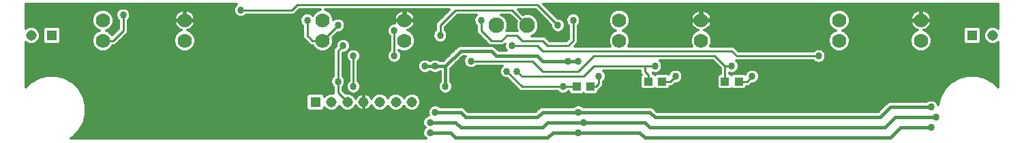
<source format=gbl>
G75*
G70*
%OFA0B0*%
%FSLAX24Y24*%
%IPPOS*%
%LPD*%
%AMOC8*
5,1,8,0,0,1.08239X$1,22.5*
%
%ADD10C,0.0700*%
%ADD11R,0.0515X0.0515*%
%ADD12C,0.0515*%
%ADD13C,0.0760*%
%ADD14R,0.0433X0.0394*%
%ADD15C,0.0120*%
%ADD16C,0.0340*%
%ADD17C,0.0160*%
%ADD18C,0.0100*%
D10*
X004160Y005160D03*
X008160Y005160D03*
X008160Y006160D03*
X004160Y006160D03*
X014910Y006160D03*
X018910Y006160D03*
X018910Y005160D03*
X014910Y005160D03*
X029410Y005160D03*
X033410Y005160D03*
X033410Y006160D03*
X029410Y006160D03*
X040160Y006160D03*
X044160Y006160D03*
X044160Y005160D03*
X040160Y005160D03*
D11*
X046660Y005410D03*
X014548Y002160D03*
X001660Y005410D03*
D12*
X000660Y005410D03*
X015335Y002160D03*
X016123Y002160D03*
X016910Y002160D03*
X017697Y002160D03*
X018485Y002160D03*
X019272Y002160D03*
X047660Y005410D03*
D13*
X024910Y005910D03*
X023410Y005910D03*
D14*
X030825Y003160D03*
X031495Y003160D03*
X034575Y003160D03*
X035245Y003160D03*
X027995Y002910D03*
X027325Y002910D03*
D15*
X002692Y000436D02*
X002595Y000380D01*
X019945Y000380D01*
X019863Y000462D01*
X019810Y000590D01*
X019810Y000730D01*
X019863Y000858D01*
X019915Y000910D01*
X019863Y000962D01*
X019810Y001090D01*
X019810Y001230D01*
X019863Y001358D01*
X019962Y001457D01*
X020090Y001510D01*
X020093Y001510D01*
X020060Y001590D01*
X020060Y001730D01*
X020113Y001858D01*
X020212Y001957D01*
X020340Y002010D01*
X020480Y002010D01*
X020608Y001957D01*
X020645Y001920D01*
X021712Y001920D01*
X021807Y001880D01*
X022018Y001670D01*
X025302Y001670D01*
X025440Y001807D01*
X025513Y001880D01*
X025608Y001920D01*
X027175Y001920D01*
X027212Y001957D01*
X027340Y002010D01*
X027480Y002010D01*
X027608Y001957D01*
X027645Y001920D01*
X030962Y001920D01*
X031057Y001880D01*
X031130Y001807D01*
X031130Y001807D01*
X031268Y001670D01*
X042052Y001670D01*
X042440Y002057D01*
X042440Y002057D01*
X042513Y002130D01*
X042608Y002170D01*
X044425Y002170D01*
X044462Y002207D01*
X044590Y002260D01*
X044730Y002260D01*
X044858Y002207D01*
X044957Y002108D01*
X044988Y002032D01*
X045094Y002428D01*
X045316Y002812D01*
X045628Y003124D01*
X046012Y003346D01*
X046439Y003460D01*
X046881Y003460D01*
X047308Y003346D01*
X047692Y003124D01*
X047940Y002876D01*
X047940Y005071D01*
X047908Y005039D01*
X047747Y004973D01*
X047573Y004973D01*
X047412Y005039D01*
X047289Y005162D01*
X047223Y005323D01*
X047223Y005497D01*
X047289Y005658D01*
X047412Y005781D01*
X047573Y005847D01*
X047747Y005847D01*
X047908Y005781D01*
X047940Y005749D01*
X047940Y006940D01*
X025705Y006940D01*
X026385Y006260D01*
X026480Y006260D01*
X026608Y006207D01*
X026707Y006108D01*
X026760Y005980D01*
X026760Y005840D01*
X026707Y005712D01*
X026608Y005613D01*
X026480Y005560D01*
X026340Y005560D01*
X026212Y005613D01*
X026113Y005712D01*
X026060Y005840D01*
X026060Y005935D01*
X025315Y006680D01*
X024465Y006680D01*
X024711Y006434D01*
X024799Y006470D01*
X025021Y006470D01*
X025227Y006385D01*
X025385Y006227D01*
X025470Y006021D01*
X025470Y005799D01*
X025385Y005593D01*
X025227Y005435D01*
X025118Y005390D01*
X025755Y005390D01*
X025890Y005255D01*
X026005Y005140D01*
X026815Y005140D01*
X026930Y005255D01*
X026930Y005895D01*
X026863Y005962D01*
X026810Y006090D01*
X026810Y006230D01*
X026863Y006358D01*
X026962Y006457D01*
X027090Y006510D01*
X027230Y006510D01*
X027358Y006457D01*
X027457Y006358D01*
X027510Y006230D01*
X027510Y006090D01*
X027457Y005962D01*
X027390Y005895D01*
X027390Y005065D01*
X027215Y004890D01*
X028948Y004890D01*
X028880Y005055D01*
X028880Y005265D01*
X028961Y005460D01*
X029110Y005609D01*
X029232Y005660D01*
X029110Y005711D01*
X028961Y005860D01*
X028880Y006055D01*
X028880Y006265D01*
X028961Y006460D01*
X029110Y006609D01*
X029305Y006690D01*
X029515Y006690D01*
X029710Y006609D01*
X029859Y006460D01*
X029940Y006265D01*
X029940Y006055D01*
X029859Y005860D01*
X029710Y005711D01*
X029588Y005660D01*
X029710Y005609D01*
X029859Y005460D01*
X029940Y005265D01*
X029940Y005055D01*
X029872Y004890D01*
X032948Y004890D01*
X032880Y005055D01*
X032880Y005265D01*
X032961Y005460D01*
X033110Y005609D01*
X033261Y005672D01*
X033214Y005687D01*
X033143Y005724D01*
X033078Y005771D01*
X033021Y005828D01*
X032974Y005893D01*
X032937Y005964D01*
X032913Y006041D01*
X032900Y006120D01*
X032900Y006120D01*
X033370Y006120D01*
X033370Y006200D01*
X033370Y006670D01*
X033370Y006670D01*
X033291Y006657D01*
X033214Y006633D01*
X033143Y006596D01*
X033078Y006549D01*
X033021Y006492D01*
X032974Y006427D01*
X032937Y006356D01*
X032913Y006279D01*
X032900Y006200D01*
X033370Y006200D01*
X033450Y006200D01*
X033450Y006670D01*
X033450Y006670D01*
X033529Y006657D01*
X033606Y006633D01*
X033677Y006596D01*
X033742Y006549D01*
X033799Y006492D01*
X033846Y006427D01*
X033883Y006356D01*
X033907Y006279D01*
X033920Y006200D01*
X033920Y006200D01*
X033450Y006200D01*
X033450Y006120D01*
X033920Y006120D01*
X033920Y006120D01*
X033907Y006041D01*
X033883Y005964D01*
X033846Y005893D01*
X033799Y005828D01*
X033742Y005771D01*
X033677Y005724D01*
X033606Y005687D01*
X033559Y005672D01*
X033710Y005609D01*
X033859Y005460D01*
X033940Y005265D01*
X033940Y005055D01*
X033872Y004890D01*
X035005Y004890D01*
X035140Y004755D01*
X035255Y004640D01*
X038895Y004640D01*
X038962Y004707D01*
X039090Y004760D01*
X039230Y004760D01*
X039358Y004707D01*
X039457Y004608D01*
X039510Y004480D01*
X039510Y004340D01*
X039457Y004212D01*
X039358Y004113D01*
X039230Y004060D01*
X039090Y004060D01*
X038962Y004113D01*
X038895Y004180D01*
X035135Y004180D01*
X035207Y004108D01*
X035260Y003980D01*
X035260Y003840D01*
X035207Y003712D01*
X035108Y003613D01*
X034980Y003560D01*
X034840Y003560D01*
X034805Y003575D01*
X034805Y003537D01*
X034866Y003537D01*
X034910Y003493D01*
X034954Y003537D01*
X035536Y003537D01*
X035570Y003503D01*
X035613Y003608D01*
X035712Y003707D01*
X035840Y003760D01*
X035980Y003760D01*
X036108Y003707D01*
X036207Y003608D01*
X036260Y003480D01*
X036260Y003340D01*
X036207Y003212D01*
X036108Y003113D01*
X035980Y003060D01*
X035885Y003060D01*
X035755Y002930D01*
X035641Y002930D01*
X035641Y002889D01*
X035536Y002783D01*
X034954Y002783D01*
X034910Y002827D01*
X034866Y002783D01*
X034284Y002783D01*
X034179Y002889D01*
X034179Y003431D01*
X034284Y003537D01*
X034345Y003537D01*
X034345Y003815D01*
X033980Y004180D01*
X031385Y004180D01*
X031457Y004108D01*
X031510Y003980D01*
X031510Y003840D01*
X031457Y003712D01*
X031358Y003613D01*
X031230Y003560D01*
X031090Y003560D01*
X031055Y003575D01*
X031055Y003537D01*
X031116Y003537D01*
X031160Y003493D01*
X031204Y003537D01*
X031786Y003537D01*
X031820Y003503D01*
X031863Y003608D01*
X031962Y003707D01*
X032090Y003760D01*
X032230Y003760D01*
X032358Y003707D01*
X032457Y003608D01*
X032510Y003480D01*
X032510Y003340D01*
X032457Y003212D01*
X032358Y003113D01*
X032230Y003060D01*
X032135Y003060D01*
X032005Y002930D01*
X031891Y002930D01*
X031891Y002889D01*
X031786Y002783D01*
X031204Y002783D01*
X031160Y002827D01*
X031116Y002783D01*
X030534Y002783D01*
X030429Y002889D01*
X030429Y003431D01*
X030496Y003499D01*
X030430Y003565D01*
X030430Y003680D01*
X028635Y003680D01*
X028707Y003608D01*
X028760Y003480D01*
X028760Y003340D01*
X028707Y003212D01*
X028640Y003145D01*
X028640Y002958D01*
X028505Y002824D01*
X028391Y002710D01*
X028391Y002639D01*
X028286Y002533D01*
X027704Y002533D01*
X027660Y002577D01*
X027616Y002533D01*
X027034Y002533D01*
X026929Y002639D01*
X026929Y002680D01*
X026925Y002680D01*
X026858Y002613D01*
X026730Y002560D01*
X026590Y002560D01*
X026462Y002613D01*
X026395Y002680D01*
X024565Y002680D01*
X023935Y003310D01*
X023840Y003310D01*
X023712Y003363D01*
X023613Y003462D01*
X023560Y003590D01*
X023560Y003730D01*
X023613Y003858D01*
X023685Y003930D01*
X022425Y003930D01*
X022358Y003863D01*
X022230Y003810D01*
X022090Y003810D01*
X021962Y003863D01*
X021863Y003962D01*
X021810Y004090D01*
X021810Y004230D01*
X021863Y004358D01*
X021905Y004400D01*
X021768Y004400D01*
X021170Y003802D01*
X021170Y003145D01*
X021207Y003108D01*
X021260Y002980D01*
X021260Y002840D01*
X021207Y002712D01*
X021108Y002613D01*
X020980Y002560D01*
X020840Y002560D01*
X020712Y002613D01*
X020613Y002712D01*
X020560Y002840D01*
X020560Y002980D01*
X020613Y003108D01*
X020650Y003145D01*
X020650Y003650D01*
X020645Y003650D01*
X020608Y003613D01*
X020480Y003560D01*
X020340Y003560D01*
X020212Y003613D01*
X020175Y003650D01*
X020145Y003650D01*
X020108Y003613D01*
X019980Y003560D01*
X019840Y003560D01*
X019712Y003613D01*
X019613Y003712D01*
X019560Y003840D01*
X019560Y003980D01*
X019613Y004108D01*
X019712Y004207D01*
X019840Y004260D01*
X019980Y004260D01*
X020108Y004207D01*
X020145Y004170D01*
X020175Y004170D01*
X020212Y004207D01*
X020340Y004260D01*
X020480Y004260D01*
X020608Y004207D01*
X020645Y004170D01*
X020802Y004170D01*
X021440Y004807D01*
X021513Y004880D01*
X021608Y004920D01*
X023212Y004920D01*
X023307Y004880D01*
X023518Y004670D01*
X023905Y004670D01*
X023863Y004712D01*
X023810Y004840D01*
X023810Y004980D01*
X023814Y004988D01*
X023755Y004930D01*
X023065Y004930D01*
X022565Y005430D01*
X022430Y005565D01*
X022430Y005895D01*
X022363Y005962D01*
X022310Y006090D01*
X022310Y006230D01*
X022363Y006358D01*
X022435Y006430D01*
X021505Y006430D01*
X020890Y005815D01*
X020890Y005675D01*
X020957Y005608D01*
X021010Y005480D01*
X021010Y005340D01*
X020957Y005212D01*
X020858Y005113D01*
X020730Y005060D01*
X020590Y005060D01*
X020462Y005113D01*
X020363Y005212D01*
X020310Y005340D01*
X020310Y005480D01*
X020363Y005608D01*
X020430Y005675D01*
X020430Y006005D01*
X021105Y006680D01*
X015040Y006680D01*
X015210Y006609D01*
X015359Y006460D01*
X015440Y006265D01*
X015440Y006185D01*
X015462Y006207D01*
X015590Y006260D01*
X015730Y006260D01*
X015858Y006207D01*
X015957Y006108D01*
X016010Y005980D01*
X016010Y005840D01*
X015957Y005712D01*
X015858Y005613D01*
X015730Y005560D01*
X015635Y005560D01*
X015411Y005336D01*
X015440Y005265D01*
X015440Y005055D01*
X015359Y004860D01*
X015210Y004711D01*
X015015Y004630D01*
X014805Y004630D01*
X014610Y004711D01*
X014461Y004860D01*
X014432Y004930D01*
X014315Y004930D01*
X014180Y005065D01*
X013930Y005315D01*
X013930Y005895D01*
X013863Y005962D01*
X013810Y006090D01*
X013810Y006230D01*
X013863Y006358D01*
X013962Y006457D01*
X014090Y006510D01*
X014230Y006510D01*
X014358Y006457D01*
X014430Y006385D01*
X014461Y006460D01*
X014610Y006609D01*
X014780Y006680D01*
X013755Y006680D01*
X013505Y006430D01*
X011175Y006430D01*
X011108Y006363D01*
X010980Y006310D01*
X010840Y006310D01*
X010712Y006363D01*
X010613Y006462D01*
X010560Y006590D01*
X010560Y006730D01*
X010613Y006858D01*
X010695Y006940D01*
X000380Y006940D01*
X000380Y005749D01*
X000412Y005781D01*
X000573Y005847D01*
X000747Y005847D01*
X000908Y005781D01*
X001031Y005658D01*
X001097Y005497D01*
X001097Y005323D01*
X001031Y005162D01*
X000908Y005039D01*
X000747Y004973D01*
X000573Y004973D01*
X000412Y005039D01*
X000380Y005071D01*
X000380Y002876D01*
X000628Y003124D01*
X001012Y003346D01*
X001439Y003460D01*
X001881Y003460D01*
X002308Y003346D01*
X002692Y003124D01*
X003004Y002812D01*
X003226Y002428D01*
X003340Y002001D01*
X003340Y001559D01*
X003226Y001132D01*
X003004Y000748D01*
X002692Y000436D01*
X002625Y000397D02*
X019928Y000397D01*
X019841Y000516D02*
X002771Y000516D01*
X002890Y000634D02*
X019810Y000634D01*
X019819Y000753D02*
X003007Y000753D01*
X003075Y000871D02*
X019876Y000871D01*
X019852Y000990D02*
X003144Y000990D01*
X003212Y001108D02*
X019810Y001108D01*
X019810Y001227D02*
X003251Y001227D01*
X003283Y001345D02*
X019858Y001345D01*
X019978Y001464D02*
X003314Y001464D01*
X003340Y001582D02*
X020063Y001582D01*
X020060Y001701D02*
X003340Y001701D01*
X003340Y001819D02*
X014119Y001819D01*
X014110Y001828D02*
X014216Y001723D01*
X014880Y001723D01*
X014985Y001828D01*
X014985Y001891D01*
X015087Y001789D01*
X015248Y001723D01*
X015422Y001723D01*
X015583Y001789D01*
X015706Y001912D01*
X015729Y001967D01*
X015752Y001912D01*
X015875Y001789D01*
X016036Y001723D01*
X016210Y001723D01*
X016370Y001789D01*
X016493Y001912D01*
X016527Y001993D01*
X016553Y001941D01*
X016592Y001888D01*
X016638Y001842D01*
X016691Y001803D01*
X016750Y001773D01*
X016812Y001753D01*
X016877Y001743D01*
X016891Y001743D01*
X016891Y002141D01*
X016929Y002141D01*
X016929Y001743D01*
X016943Y001743D01*
X017008Y001753D01*
X017070Y001773D01*
X017129Y001803D01*
X017182Y001842D01*
X017228Y001888D01*
X017267Y001941D01*
X017293Y001993D01*
X017327Y001912D01*
X017450Y001789D01*
X017610Y001723D01*
X017784Y001723D01*
X017945Y001789D01*
X018068Y001912D01*
X018091Y001967D01*
X018114Y001912D01*
X018237Y001789D01*
X018398Y001723D01*
X018572Y001723D01*
X018733Y001789D01*
X018856Y001912D01*
X018879Y001967D01*
X018901Y001912D01*
X019024Y001789D01*
X019185Y001723D01*
X019359Y001723D01*
X019520Y001789D01*
X019643Y001912D01*
X019710Y002073D01*
X019710Y002247D01*
X019643Y002408D01*
X019520Y002531D01*
X019359Y002597D01*
X019185Y002597D01*
X019024Y002531D01*
X018901Y002408D01*
X018879Y002353D01*
X018856Y002408D01*
X018733Y002531D01*
X018572Y002597D01*
X018398Y002597D01*
X018237Y002531D01*
X018114Y002408D01*
X018091Y002353D01*
X018068Y002408D01*
X017945Y002531D01*
X017784Y002597D01*
X017610Y002597D01*
X017450Y002531D01*
X017327Y002408D01*
X017293Y002327D01*
X017267Y002379D01*
X017228Y002432D01*
X017182Y002478D01*
X017129Y002517D01*
X017070Y002547D01*
X017008Y002567D01*
X016943Y002577D01*
X016929Y002577D01*
X016929Y002179D01*
X016891Y002179D01*
X016891Y002577D01*
X016877Y002577D01*
X016812Y002567D01*
X016750Y002547D01*
X016691Y002517D01*
X016638Y002478D01*
X016592Y002432D01*
X016553Y002379D01*
X016527Y002327D01*
X016493Y002408D01*
X016370Y002531D01*
X016210Y002597D01*
X016036Y002597D01*
X016018Y002590D01*
X015890Y002718D01*
X015890Y002895D01*
X015957Y002962D01*
X016010Y003090D01*
X016010Y003230D01*
X015957Y003358D01*
X015890Y003425D01*
X015890Y004560D01*
X015980Y004560D01*
X016108Y004613D01*
X016207Y004712D01*
X016260Y004840D01*
X016260Y004980D01*
X016207Y005108D01*
X016108Y005207D01*
X015980Y005260D01*
X015840Y005260D01*
X015712Y005207D01*
X015613Y005108D01*
X015560Y004980D01*
X015560Y004885D01*
X015430Y004755D01*
X015430Y003425D01*
X015363Y003358D01*
X015310Y003230D01*
X015310Y003090D01*
X015363Y002962D01*
X015430Y002895D01*
X015430Y002594D01*
X015422Y002597D01*
X015248Y002597D01*
X015087Y002531D01*
X014985Y002429D01*
X014985Y002492D01*
X014880Y002597D01*
X014216Y002597D01*
X014110Y002492D01*
X014110Y001828D01*
X014110Y001938D02*
X003340Y001938D01*
X003325Y002056D02*
X014110Y002056D01*
X014110Y002175D02*
X003294Y002175D01*
X003262Y002293D02*
X014110Y002293D01*
X014110Y002412D02*
X003230Y002412D01*
X003167Y002530D02*
X014148Y002530D01*
X014947Y002530D02*
X015087Y002530D01*
X015430Y002649D02*
X003098Y002649D01*
X003030Y002767D02*
X015430Y002767D01*
X015890Y002767D02*
X016090Y002767D01*
X016113Y002712D02*
X016212Y002613D01*
X016340Y002560D01*
X016480Y002560D01*
X016608Y002613D01*
X016707Y002712D01*
X016760Y002840D01*
X016760Y002980D01*
X016707Y003108D01*
X016640Y003175D01*
X016640Y004145D01*
X016707Y004212D01*
X016760Y004340D01*
X016760Y004480D01*
X016707Y004608D01*
X016608Y004707D01*
X016480Y004760D01*
X016340Y004760D01*
X016212Y004707D01*
X016113Y004608D01*
X016060Y004480D01*
X016060Y004340D01*
X016113Y004212D01*
X016180Y004145D01*
X016180Y003175D01*
X016113Y003108D01*
X016060Y002980D01*
X016060Y002840D01*
X016113Y002712D01*
X016177Y002649D02*
X015959Y002649D01*
X016643Y002649D02*
X020677Y002649D01*
X020590Y002767D02*
X016730Y002767D01*
X016760Y002886D02*
X020560Y002886D01*
X020570Y003004D02*
X016750Y003004D01*
X016070Y003004D02*
X015974Y003004D01*
X015890Y002886D02*
X016060Y002886D01*
X015430Y002886D02*
X002930Y002886D01*
X002812Y003004D02*
X015346Y003004D01*
X015310Y003123D02*
X002693Y003123D01*
X002489Y003241D02*
X015315Y003241D01*
X015365Y003360D02*
X002256Y003360D01*
X001064Y003360D02*
X000380Y003360D01*
X000380Y003478D02*
X015430Y003478D01*
X015430Y003597D02*
X000380Y003597D01*
X000380Y003715D02*
X015430Y003715D01*
X015430Y003834D02*
X000380Y003834D01*
X000380Y003952D02*
X015430Y003952D01*
X015430Y004071D02*
X000380Y004071D01*
X000380Y004189D02*
X015430Y004189D01*
X015890Y004189D02*
X016136Y004189D01*
X016684Y004189D02*
X018136Y004189D01*
X018113Y004212D02*
X018212Y004113D01*
X018340Y004060D01*
X018480Y004060D01*
X018608Y004113D01*
X018707Y004212D01*
X018760Y004340D01*
X018760Y004480D01*
X018707Y004608D01*
X018640Y004675D01*
X018640Y004698D01*
X018805Y004630D01*
X019015Y004630D01*
X019210Y004711D01*
X019359Y004860D01*
X019440Y005055D01*
X019440Y005265D01*
X019359Y005460D01*
X019210Y005609D01*
X019059Y005672D01*
X019106Y005687D01*
X019177Y005724D01*
X019242Y005771D01*
X019299Y005828D01*
X019346Y005893D01*
X019383Y005964D01*
X019407Y006041D01*
X019420Y006120D01*
X018950Y006120D01*
X018950Y006200D01*
X019420Y006200D01*
X019420Y006200D01*
X019407Y006279D01*
X019383Y006356D01*
X019346Y006427D01*
X019299Y006492D01*
X019242Y006549D01*
X019177Y006596D01*
X019106Y006633D01*
X019029Y006657D01*
X018950Y006670D01*
X018950Y006670D01*
X018950Y006200D01*
X018870Y006200D01*
X018870Y006670D01*
X018870Y006670D01*
X018791Y006657D01*
X018714Y006633D01*
X018643Y006596D01*
X018578Y006549D01*
X018521Y006492D01*
X018474Y006427D01*
X018437Y006356D01*
X018413Y006279D01*
X018400Y006200D01*
X018870Y006200D01*
X018870Y006120D01*
X018400Y006120D01*
X018400Y006120D01*
X018413Y006041D01*
X018422Y006010D01*
X018340Y006010D01*
X018212Y005957D01*
X018113Y005858D01*
X018060Y005730D01*
X018060Y005590D01*
X018113Y005462D01*
X018180Y005395D01*
X018180Y004675D01*
X018113Y004608D01*
X018060Y004480D01*
X018060Y004340D01*
X018113Y004212D01*
X018684Y004189D02*
X019694Y004189D01*
X020126Y004189D02*
X020194Y004189D01*
X020626Y004189D02*
X020821Y004189D01*
X021557Y004189D02*
X021810Y004189D01*
X021818Y004071D02*
X021438Y004071D01*
X021320Y003952D02*
X021873Y003952D01*
X022034Y003834D02*
X021201Y003834D01*
X021170Y003715D02*
X023560Y003715D01*
X023603Y003834D02*
X022286Y003834D01*
X021170Y003597D02*
X023560Y003597D01*
X023607Y003478D02*
X021170Y003478D01*
X020650Y003478D02*
X016640Y003478D01*
X016640Y003597D02*
X019752Y003597D01*
X020068Y003597D02*
X020252Y003597D01*
X020568Y003597D02*
X020650Y003597D01*
X019612Y003715D02*
X016640Y003715D01*
X016640Y003834D02*
X019563Y003834D01*
X019560Y003952D02*
X016640Y003952D01*
X016640Y004071D02*
X018315Y004071D01*
X018505Y004071D02*
X019598Y004071D01*
X018746Y004308D02*
X020940Y004308D01*
X021058Y004426D02*
X018760Y004426D01*
X018074Y004308D02*
X016746Y004308D01*
X016760Y004426D02*
X018060Y004426D01*
X018087Y004545D02*
X016733Y004545D01*
X016652Y004663D02*
X018168Y004663D01*
X018652Y004663D02*
X018725Y004663D01*
X018733Y004545D02*
X021177Y004545D01*
X021295Y004663D02*
X019095Y004663D01*
X019281Y004782D02*
X021414Y004782D01*
X021560Y004900D02*
X019376Y004900D01*
X019425Y005019D02*
X022976Y005019D01*
X022858Y005137D02*
X020882Y005137D01*
X020975Y005256D02*
X022739Y005256D01*
X022621Y005374D02*
X021010Y005374D01*
X021005Y005493D02*
X022502Y005493D01*
X022430Y005611D02*
X020954Y005611D01*
X020890Y005730D02*
X022430Y005730D01*
X022430Y005848D02*
X020923Y005848D01*
X020430Y005848D02*
X019314Y005848D01*
X019383Y005967D02*
X020430Y005967D01*
X020510Y006085D02*
X019414Y006085D01*
X019420Y006120D02*
X019420Y006120D01*
X019419Y006204D02*
X020628Y006204D01*
X020747Y006322D02*
X019394Y006322D01*
X018950Y006322D02*
X018870Y006322D01*
X018870Y006204D02*
X018950Y006204D01*
X018426Y006322D02*
X015417Y006322D01*
X015440Y006204D02*
X015459Y006204D01*
X015861Y006204D02*
X018401Y006204D01*
X018400Y006200D02*
X018400Y006200D01*
X018406Y006085D02*
X015966Y006085D01*
X016010Y005967D02*
X018235Y005967D01*
X018109Y005848D02*
X016010Y005848D01*
X015964Y005730D02*
X018060Y005730D01*
X018060Y005611D02*
X015853Y005611D01*
X015568Y005493D02*
X018101Y005493D01*
X018180Y005374D02*
X015449Y005374D01*
X015440Y005256D02*
X015830Y005256D01*
X015990Y005256D02*
X018180Y005256D01*
X018180Y005137D02*
X016178Y005137D01*
X015642Y005137D02*
X015440Y005137D01*
X015425Y005019D02*
X015576Y005019D01*
X016244Y005019D02*
X018180Y005019D01*
X018180Y004900D02*
X016260Y004900D01*
X016236Y004782D02*
X018180Y004782D01*
X016168Y004663D02*
X016158Y004663D01*
X016087Y004545D02*
X015890Y004545D01*
X015430Y004545D02*
X000380Y004545D01*
X000380Y004663D02*
X003975Y004663D01*
X004055Y004630D02*
X004265Y004630D01*
X004460Y004711D01*
X004609Y004860D01*
X004638Y004930D01*
X004755Y004930D01*
X004890Y005065D01*
X005390Y005565D01*
X005390Y006145D01*
X005457Y006212D01*
X005510Y006340D01*
X005510Y006480D01*
X005457Y006608D01*
X005358Y006707D01*
X005230Y006760D01*
X005090Y006760D01*
X004962Y006707D01*
X004863Y006608D01*
X004810Y006480D01*
X004810Y006340D01*
X004863Y006212D01*
X004930Y006145D01*
X004930Y005755D01*
X004617Y005442D01*
X004609Y005460D01*
X004460Y005609D01*
X004338Y005660D01*
X004460Y005711D01*
X004609Y005860D01*
X004690Y006055D01*
X004690Y006265D01*
X004609Y006460D01*
X004460Y006609D01*
X004265Y006690D01*
X004055Y006690D01*
X003860Y006609D01*
X003711Y006460D01*
X003630Y006265D01*
X003630Y006055D01*
X003711Y005860D01*
X003860Y005711D01*
X003982Y005660D01*
X003860Y005609D01*
X003711Y005460D01*
X003630Y005265D01*
X003630Y005055D01*
X003711Y004860D01*
X003860Y004711D01*
X004055Y004630D01*
X004345Y004663D02*
X007975Y004663D01*
X008055Y004630D02*
X008265Y004630D01*
X008460Y004711D01*
X008609Y004860D01*
X008690Y005055D01*
X008690Y005265D01*
X008609Y005460D01*
X008460Y005609D01*
X008309Y005672D01*
X008356Y005687D01*
X008427Y005724D01*
X008492Y005771D01*
X008549Y005828D01*
X008596Y005893D01*
X008633Y005964D01*
X008657Y006041D01*
X008670Y006120D01*
X008200Y006120D01*
X008200Y006200D01*
X008670Y006200D01*
X008670Y006200D01*
X008657Y006279D01*
X008633Y006356D01*
X008596Y006427D01*
X008549Y006492D01*
X008492Y006549D01*
X008427Y006596D01*
X008356Y006633D01*
X008279Y006657D01*
X008200Y006670D01*
X008200Y006670D01*
X008200Y006200D01*
X008120Y006200D01*
X008120Y006670D01*
X008120Y006670D01*
X008041Y006657D01*
X007964Y006633D01*
X007893Y006596D01*
X007828Y006549D01*
X007771Y006492D01*
X007724Y006427D01*
X007687Y006356D01*
X007663Y006279D01*
X007650Y006200D01*
X008120Y006200D01*
X008120Y006120D01*
X007650Y006120D01*
X007650Y006120D01*
X007663Y006041D01*
X007687Y005964D01*
X007724Y005893D01*
X007771Y005828D01*
X007828Y005771D01*
X007893Y005724D01*
X007964Y005687D01*
X008011Y005672D01*
X007860Y005609D01*
X007711Y005460D01*
X007630Y005265D01*
X007630Y005055D01*
X007711Y004860D01*
X007860Y004711D01*
X008055Y004630D01*
X008345Y004663D02*
X014725Y004663D01*
X015095Y004663D02*
X015430Y004663D01*
X015456Y004782D02*
X015281Y004782D01*
X015376Y004900D02*
X015560Y004900D01*
X014539Y004782D02*
X008531Y004782D01*
X008626Y004900D02*
X014444Y004900D01*
X014226Y005019D02*
X008675Y005019D01*
X008690Y005137D02*
X014108Y005137D01*
X013989Y005256D02*
X008690Y005256D01*
X008645Y005374D02*
X013930Y005374D01*
X013930Y005493D02*
X008577Y005493D01*
X007743Y005493D02*
X005318Y005493D01*
X005199Y005374D02*
X007675Y005374D01*
X007630Y005256D02*
X005081Y005256D01*
X004962Y005137D02*
X007630Y005137D01*
X007645Y005019D02*
X004844Y005019D01*
X004626Y004900D02*
X007694Y004900D01*
X007789Y004782D02*
X004531Y004782D01*
X003789Y004782D02*
X000380Y004782D01*
X000380Y004900D02*
X003694Y004900D01*
X003645Y005019D02*
X002038Y005019D01*
X001992Y004973D02*
X002097Y005078D01*
X002097Y005742D01*
X001992Y005847D01*
X001328Y005847D01*
X001223Y005742D01*
X001223Y005078D01*
X001328Y004973D01*
X001992Y004973D01*
X001282Y005019D02*
X000858Y005019D01*
X000462Y005019D02*
X000380Y005019D01*
X001006Y005137D02*
X001223Y005137D01*
X001223Y005256D02*
X001070Y005256D01*
X001097Y005374D02*
X001223Y005374D01*
X001223Y005493D02*
X001097Y005493D01*
X001050Y005611D02*
X001223Y005611D01*
X001223Y005730D02*
X000959Y005730D01*
X000380Y005848D02*
X003722Y005848D01*
X003666Y005967D02*
X000380Y005967D01*
X000380Y006085D02*
X003630Y006085D01*
X003630Y006204D02*
X000380Y006204D01*
X000380Y006322D02*
X003653Y006322D01*
X003703Y006441D02*
X000380Y006441D01*
X000380Y006559D02*
X003809Y006559D01*
X004024Y006678D02*
X000380Y006678D01*
X000380Y006796D02*
X010588Y006796D01*
X010670Y006915D02*
X000380Y006915D01*
X004296Y006678D02*
X004933Y006678D01*
X005387Y006678D02*
X010560Y006678D01*
X010573Y006559D02*
X008478Y006559D01*
X008587Y006441D02*
X010635Y006441D01*
X010811Y006322D02*
X008644Y006322D01*
X008669Y006204D02*
X013810Y006204D01*
X013848Y006322D02*
X011009Y006322D01*
X008670Y006120D02*
X008670Y006120D01*
X008664Y006085D02*
X013812Y006085D01*
X013861Y005967D02*
X008633Y005967D01*
X008564Y005848D02*
X013930Y005848D01*
X013930Y005730D02*
X008435Y005730D01*
X008456Y005611D02*
X013930Y005611D01*
X013946Y006441D02*
X013516Y006441D01*
X013634Y006559D02*
X014559Y006559D01*
X014453Y006441D02*
X014374Y006441D01*
X015261Y006559D02*
X018592Y006559D01*
X018483Y006441D02*
X015367Y006441D01*
X015046Y006678D02*
X021102Y006678D01*
X020984Y006559D02*
X019228Y006559D01*
X019337Y006441D02*
X020865Y006441D01*
X021397Y006322D02*
X022348Y006322D01*
X022310Y006204D02*
X021279Y006204D01*
X021160Y006085D02*
X022312Y006085D01*
X022361Y005967D02*
X021042Y005967D01*
X020430Y005730D02*
X019185Y005730D01*
X019206Y005611D02*
X020366Y005611D01*
X020315Y005493D02*
X019327Y005493D01*
X019395Y005374D02*
X020310Y005374D01*
X020345Y005256D02*
X019440Y005256D01*
X019440Y005137D02*
X020438Y005137D01*
X023260Y004900D02*
X023810Y004900D01*
X023834Y004782D02*
X023406Y004782D01*
X021842Y004308D02*
X021675Y004308D01*
X016180Y004071D02*
X015890Y004071D01*
X015890Y003952D02*
X016180Y003952D01*
X016180Y003834D02*
X015890Y003834D01*
X015890Y003715D02*
X016180Y003715D01*
X016180Y003597D02*
X015890Y003597D01*
X015890Y003478D02*
X016180Y003478D01*
X016180Y003360D02*
X015955Y003360D01*
X016640Y003360D02*
X020650Y003360D01*
X021170Y003360D02*
X023721Y003360D01*
X024004Y003241D02*
X021170Y003241D01*
X021192Y003123D02*
X024122Y003123D01*
X024241Y003004D02*
X021250Y003004D01*
X021260Y002886D02*
X024359Y002886D01*
X024478Y002767D02*
X021230Y002767D01*
X021143Y002649D02*
X026427Y002649D01*
X026893Y002649D02*
X026929Y002649D01*
X028391Y002649D02*
X045222Y002649D01*
X045290Y002767D02*
X028449Y002767D01*
X028567Y002886D02*
X030432Y002886D01*
X030429Y003004D02*
X028640Y003004D01*
X028640Y003123D02*
X030429Y003123D01*
X030429Y003241D02*
X028719Y003241D01*
X028760Y003360D02*
X030429Y003360D01*
X030475Y003478D02*
X028760Y003478D01*
X028712Y003597D02*
X030430Y003597D01*
X031318Y003597D02*
X031858Y003597D01*
X031982Y003715D02*
X031458Y003715D01*
X031507Y003834D02*
X034327Y003834D01*
X034345Y003715D02*
X032338Y003715D01*
X032462Y003597D02*
X034345Y003597D01*
X034225Y003478D02*
X032510Y003478D01*
X032510Y003360D02*
X034179Y003360D01*
X034179Y003241D02*
X032469Y003241D01*
X032367Y003123D02*
X034179Y003123D01*
X034179Y003004D02*
X032079Y003004D01*
X031888Y002886D02*
X034182Y002886D01*
X035638Y002886D02*
X045390Y002886D01*
X045508Y003004D02*
X035829Y003004D01*
X036117Y003123D02*
X045627Y003123D01*
X045831Y003241D02*
X036219Y003241D01*
X036260Y003360D02*
X046064Y003360D01*
X047256Y003360D02*
X047940Y003360D01*
X047940Y003478D02*
X036260Y003478D01*
X036212Y003597D02*
X047940Y003597D01*
X047940Y003715D02*
X036088Y003715D01*
X035732Y003715D02*
X035208Y003715D01*
X035257Y003834D02*
X047940Y003834D01*
X047940Y003952D02*
X035260Y003952D01*
X035222Y004071D02*
X039065Y004071D01*
X039255Y004071D02*
X047940Y004071D01*
X047940Y004189D02*
X039434Y004189D01*
X039496Y004308D02*
X047940Y004308D01*
X047940Y004426D02*
X039510Y004426D01*
X039483Y004545D02*
X047940Y004545D01*
X047940Y004663D02*
X044345Y004663D01*
X044265Y004630D02*
X044460Y004711D01*
X044609Y004860D01*
X044690Y005055D01*
X044690Y005265D01*
X044609Y005460D01*
X044460Y005609D01*
X044309Y005672D01*
X044356Y005687D01*
X044427Y005724D01*
X044492Y005771D01*
X044549Y005828D01*
X044596Y005893D01*
X044633Y005964D01*
X044657Y006041D01*
X044670Y006120D01*
X044200Y006120D01*
X044200Y006200D01*
X044670Y006200D01*
X044670Y006200D01*
X044657Y006279D01*
X044633Y006356D01*
X044596Y006427D01*
X044549Y006492D01*
X044492Y006549D01*
X044427Y006596D01*
X044356Y006633D01*
X044279Y006657D01*
X044200Y006670D01*
X044200Y006670D01*
X044200Y006200D01*
X044120Y006200D01*
X044120Y006670D01*
X044120Y006670D01*
X044041Y006657D01*
X043964Y006633D01*
X043893Y006596D01*
X043828Y006549D01*
X043771Y006492D01*
X043724Y006427D01*
X043687Y006356D01*
X043663Y006279D01*
X043650Y006200D01*
X044120Y006200D01*
X044120Y006120D01*
X043650Y006120D01*
X043650Y006120D01*
X043663Y006041D01*
X043687Y005964D01*
X043724Y005893D01*
X043771Y005828D01*
X043828Y005771D01*
X043893Y005724D01*
X043964Y005687D01*
X044011Y005672D01*
X043860Y005609D01*
X043711Y005460D01*
X043630Y005265D01*
X043630Y005055D01*
X043711Y004860D01*
X043860Y004711D01*
X044055Y004630D01*
X044265Y004630D01*
X043975Y004663D02*
X040345Y004663D01*
X040265Y004630D02*
X040460Y004711D01*
X040609Y004860D01*
X040690Y005055D01*
X040690Y005265D01*
X040609Y005460D01*
X040460Y005609D01*
X040338Y005660D01*
X040460Y005711D01*
X040609Y005860D01*
X040690Y006055D01*
X040690Y006265D01*
X040609Y006460D01*
X040460Y006609D01*
X040265Y006690D01*
X040055Y006690D01*
X039860Y006609D01*
X039711Y006460D01*
X039630Y006265D01*
X039630Y006055D01*
X039711Y005860D01*
X039860Y005711D01*
X039982Y005660D01*
X039860Y005609D01*
X039711Y005460D01*
X039630Y005265D01*
X039630Y005055D01*
X039711Y004860D01*
X039860Y004711D01*
X040055Y004630D01*
X040265Y004630D01*
X039975Y004663D02*
X039402Y004663D01*
X038918Y004663D02*
X035232Y004663D01*
X035114Y004782D02*
X039789Y004782D01*
X039694Y004900D02*
X033876Y004900D01*
X033925Y005019D02*
X039645Y005019D01*
X039630Y005137D02*
X033940Y005137D01*
X033940Y005256D02*
X039630Y005256D01*
X039675Y005374D02*
X033895Y005374D01*
X033827Y005493D02*
X039743Y005493D01*
X040577Y005493D02*
X043743Y005493D01*
X043675Y005374D02*
X040645Y005374D01*
X040690Y005256D02*
X043630Y005256D01*
X043630Y005137D02*
X040690Y005137D01*
X040675Y005019D02*
X043645Y005019D01*
X043694Y004900D02*
X040626Y004900D01*
X040531Y004782D02*
X043789Y004782D01*
X044531Y004782D02*
X047940Y004782D01*
X047940Y004900D02*
X044626Y004900D01*
X044675Y005019D02*
X046282Y005019D01*
X046328Y004973D02*
X046992Y004973D01*
X047097Y005078D01*
X047097Y005742D01*
X046992Y005847D01*
X046328Y005847D01*
X046223Y005742D01*
X046223Y005078D01*
X046328Y004973D01*
X047038Y005019D02*
X047462Y005019D01*
X047858Y005019D02*
X047940Y005019D01*
X047314Y005137D02*
X047097Y005137D01*
X047097Y005256D02*
X047250Y005256D01*
X047223Y005374D02*
X047097Y005374D01*
X047097Y005493D02*
X047223Y005493D01*
X047270Y005611D02*
X047097Y005611D01*
X047097Y005730D02*
X047361Y005730D01*
X047940Y005848D02*
X044564Y005848D01*
X044633Y005967D02*
X047940Y005967D01*
X047940Y006085D02*
X044664Y006085D01*
X044670Y006120D02*
X044670Y006120D01*
X044669Y006204D02*
X047940Y006204D01*
X047940Y006322D02*
X044644Y006322D01*
X044200Y006322D02*
X044120Y006322D01*
X044120Y006204D02*
X044200Y006204D01*
X043676Y006322D02*
X040667Y006322D01*
X040690Y006204D02*
X043651Y006204D01*
X043650Y006200D02*
X043650Y006200D01*
X043656Y006085D02*
X040690Y006085D01*
X040654Y005967D02*
X043687Y005967D01*
X043756Y005848D02*
X040598Y005848D01*
X040479Y005730D02*
X043885Y005730D01*
X043864Y005611D02*
X040456Y005611D01*
X039864Y005611D02*
X033706Y005611D01*
X033685Y005730D02*
X039841Y005730D01*
X039722Y005848D02*
X033814Y005848D01*
X033006Y005848D02*
X029848Y005848D01*
X029904Y005967D02*
X032937Y005967D01*
X032906Y006085D02*
X029940Y006085D01*
X029940Y006204D02*
X032901Y006204D01*
X032900Y006200D02*
X032900Y006200D01*
X032926Y006322D02*
X029917Y006322D01*
X029867Y006441D02*
X032983Y006441D01*
X033092Y006559D02*
X029761Y006559D01*
X029059Y006559D02*
X026086Y006559D01*
X026205Y006441D02*
X026946Y006441D01*
X027374Y006441D02*
X028953Y006441D01*
X028903Y006322D02*
X027472Y006322D01*
X027510Y006204D02*
X028880Y006204D01*
X028880Y006085D02*
X027508Y006085D01*
X027459Y005967D02*
X028916Y005967D01*
X028972Y005848D02*
X027390Y005848D01*
X026930Y005848D02*
X026760Y005848D01*
X026760Y005967D02*
X026861Y005967D01*
X026812Y006085D02*
X026716Y006085D01*
X026810Y006204D02*
X026611Y006204D01*
X026848Y006322D02*
X026323Y006322D01*
X025791Y006204D02*
X025395Y006204D01*
X025290Y006322D02*
X025673Y006322D01*
X025554Y006441D02*
X025093Y006441D01*
X025436Y006559D02*
X024586Y006559D01*
X024705Y006441D02*
X024727Y006441D01*
X024386Y006109D02*
X024065Y006430D01*
X023618Y006430D01*
X023727Y006385D01*
X023885Y006227D01*
X023970Y006021D01*
X023970Y005799D01*
X023904Y005640D01*
X024416Y005640D01*
X024350Y005799D01*
X024350Y006021D01*
X024386Y006109D01*
X024376Y006085D02*
X023944Y006085D01*
X023970Y005967D02*
X024350Y005967D01*
X024350Y005848D02*
X023970Y005848D01*
X023941Y005730D02*
X024379Y005730D01*
X025392Y005611D02*
X026217Y005611D01*
X026106Y005730D02*
X025441Y005730D01*
X025470Y005848D02*
X026060Y005848D01*
X026028Y005967D02*
X025470Y005967D01*
X025444Y006085D02*
X025910Y006085D01*
X024291Y006204D02*
X023895Y006204D01*
X023790Y006322D02*
X024173Y006322D01*
X024468Y006678D02*
X025317Y006678D01*
X025968Y006678D02*
X029274Y006678D01*
X029546Y006678D02*
X040024Y006678D01*
X040296Y006678D02*
X047940Y006678D01*
X047940Y006796D02*
X025849Y006796D01*
X025731Y006915D02*
X047940Y006915D01*
X047940Y006559D02*
X044478Y006559D01*
X044587Y006441D02*
X047940Y006441D01*
X044200Y006441D02*
X044120Y006441D01*
X044120Y006559D02*
X044200Y006559D01*
X043842Y006559D02*
X040511Y006559D01*
X040617Y006441D02*
X043733Y006441D01*
X039809Y006559D02*
X033728Y006559D01*
X033837Y006441D02*
X039703Y006441D01*
X039653Y006322D02*
X033894Y006322D01*
X033919Y006204D02*
X039630Y006204D01*
X039630Y006085D02*
X033914Y006085D01*
X033883Y005967D02*
X039666Y005967D01*
X044435Y005730D02*
X046223Y005730D01*
X046223Y005611D02*
X044456Y005611D01*
X044577Y005493D02*
X046223Y005493D01*
X046223Y005374D02*
X044645Y005374D01*
X044690Y005256D02*
X046223Y005256D01*
X046223Y005137D02*
X044690Y005137D01*
X035608Y003597D02*
X035068Y003597D01*
X034208Y003952D02*
X031510Y003952D01*
X031472Y004071D02*
X034090Y004071D01*
X032944Y004900D02*
X029876Y004900D01*
X029925Y005019D02*
X032895Y005019D01*
X032880Y005137D02*
X029940Y005137D01*
X029940Y005256D02*
X032880Y005256D01*
X032925Y005374D02*
X029895Y005374D01*
X029827Y005493D02*
X032993Y005493D01*
X033114Y005611D02*
X029706Y005611D01*
X029729Y005730D02*
X033135Y005730D01*
X033370Y006204D02*
X033450Y006204D01*
X033450Y006322D02*
X033370Y006322D01*
X033370Y006441D02*
X033450Y006441D01*
X033450Y006559D02*
X033370Y006559D01*
X029091Y005730D02*
X027390Y005730D01*
X027390Y005611D02*
X029114Y005611D01*
X028993Y005493D02*
X027390Y005493D01*
X027390Y005374D02*
X028925Y005374D01*
X028880Y005256D02*
X027390Y005256D01*
X027390Y005137D02*
X028880Y005137D01*
X028895Y005019D02*
X027344Y005019D01*
X027225Y004900D02*
X028944Y004900D01*
X026930Y005256D02*
X025890Y005256D01*
X025771Y005374D02*
X026930Y005374D01*
X026930Y005493D02*
X025284Y005493D01*
X026603Y005611D02*
X026930Y005611D01*
X026930Y005730D02*
X026714Y005730D01*
X018950Y006441D02*
X018870Y006441D01*
X018870Y006559D02*
X018950Y006559D01*
X014774Y006678D02*
X013753Y006678D01*
X008200Y006559D02*
X008120Y006559D01*
X008120Y006441D02*
X008200Y006441D01*
X007842Y006559D02*
X005477Y006559D01*
X005510Y006441D02*
X007733Y006441D01*
X007676Y006322D02*
X005502Y006322D01*
X005448Y006204D02*
X007651Y006204D01*
X007650Y006200D02*
X007650Y006200D01*
X008120Y006204D02*
X008200Y006204D01*
X008200Y006322D02*
X008120Y006322D01*
X007656Y006085D02*
X005390Y006085D01*
X005390Y005967D02*
X007687Y005967D01*
X007756Y005848D02*
X005390Y005848D01*
X004930Y005848D02*
X004598Y005848D01*
X004654Y005967D02*
X004930Y005967D01*
X004930Y006085D02*
X004690Y006085D01*
X004690Y006204D02*
X004872Y006204D01*
X004818Y006322D02*
X004667Y006322D01*
X004617Y006441D02*
X004810Y006441D01*
X004843Y006559D02*
X004511Y006559D01*
X004479Y005730D02*
X004904Y005730D01*
X004786Y005611D02*
X004456Y005611D01*
X004577Y005493D02*
X004667Y005493D01*
X005390Y005611D02*
X007864Y005611D01*
X007885Y005730D02*
X005390Y005730D01*
X003864Y005611D02*
X002097Y005611D01*
X002097Y005730D02*
X003841Y005730D01*
X003743Y005493D02*
X002097Y005493D01*
X002097Y005374D02*
X003675Y005374D01*
X003630Y005256D02*
X002097Y005256D01*
X002097Y005137D02*
X003630Y005137D01*
X000380Y004426D02*
X015430Y004426D01*
X015430Y004308D02*
X000380Y004308D01*
X000380Y003241D02*
X000831Y003241D01*
X000627Y003123D02*
X000380Y003123D01*
X000380Y003004D02*
X000508Y003004D01*
X000390Y002886D02*
X000380Y002886D01*
X014976Y001819D02*
X015058Y001819D01*
X015613Y001819D02*
X015845Y001819D01*
X015741Y001938D02*
X015717Y001938D01*
X016400Y001819D02*
X016669Y001819D01*
X016556Y001938D02*
X016504Y001938D01*
X016891Y001938D02*
X016929Y001938D01*
X016929Y001819D02*
X016891Y001819D01*
X017151Y001819D02*
X017420Y001819D01*
X017316Y001938D02*
X017264Y001938D01*
X016929Y002056D02*
X016891Y002056D01*
X016891Y002293D02*
X016929Y002293D01*
X016929Y002412D02*
X016891Y002412D01*
X016577Y002412D02*
X016490Y002412D01*
X017243Y002412D02*
X017330Y002412D01*
X017449Y002530D02*
X017103Y002530D01*
X016929Y002530D02*
X016891Y002530D01*
X016717Y002530D02*
X016371Y002530D01*
X017946Y002530D02*
X018236Y002530D01*
X018733Y002530D02*
X019024Y002530D01*
X019521Y002530D02*
X045153Y002530D01*
X045090Y002412D02*
X019639Y002412D01*
X019691Y002293D02*
X045058Y002293D01*
X045026Y002175D02*
X044890Y002175D01*
X044978Y002056D02*
X044995Y002056D01*
X044430Y002175D02*
X019710Y002175D01*
X019703Y002056D02*
X042438Y002056D01*
X042320Y001938D02*
X027627Y001938D01*
X027193Y001938D02*
X020627Y001938D01*
X020193Y001938D02*
X019654Y001938D01*
X019550Y001819D02*
X020097Y001819D01*
X018995Y001819D02*
X018762Y001819D01*
X018866Y001938D02*
X018891Y001938D01*
X018207Y001819D02*
X017975Y001819D01*
X018079Y001938D02*
X018103Y001938D01*
X018118Y002412D02*
X018065Y002412D01*
X018852Y002412D02*
X018905Y002412D01*
X021869Y001819D02*
X025451Y001819D01*
X025333Y001701D02*
X021987Y001701D01*
X020628Y003123D02*
X016692Y003123D01*
X016640Y003241D02*
X020650Y003241D01*
X016180Y003241D02*
X016005Y003241D01*
X016010Y003123D02*
X016128Y003123D01*
X016074Y004308D02*
X015890Y004308D01*
X015890Y004426D02*
X016060Y004426D01*
X031119Y001819D02*
X042201Y001819D01*
X042083Y001701D02*
X031237Y001701D01*
X047489Y003241D02*
X047940Y003241D01*
X047940Y003123D02*
X047693Y003123D01*
X047812Y003004D02*
X047940Y003004D01*
X047930Y002886D02*
X047940Y002886D01*
D16*
X042910Y002910D03*
X042160Y002910D03*
X041410Y002910D03*
X040660Y002910D03*
X039910Y002910D03*
X039160Y002910D03*
X036660Y002660D03*
X036410Y003160D03*
X035910Y003410D03*
X034910Y003910D03*
X032160Y003410D03*
X032660Y003160D03*
X032910Y002660D03*
X033160Y002160D03*
X029410Y002160D03*
X027410Y001660D03*
X024410Y001910D03*
X023910Y001910D03*
X024160Y002160D03*
X023910Y002660D03*
X024410Y002660D03*
X024160Y002910D03*
X023660Y002910D03*
X020910Y002910D03*
X018910Y002910D03*
X016410Y002910D03*
X015660Y003160D03*
X012410Y002910D03*
X009410Y002910D03*
X008660Y002910D03*
X007910Y002910D03*
X007160Y002910D03*
X006410Y002910D03*
X005660Y002910D03*
X007660Y001910D03*
X019910Y003910D03*
X020410Y003910D03*
X022160Y004160D03*
X020160Y004410D03*
X018410Y004410D03*
X016410Y004410D03*
X015910Y004910D03*
X016410Y005410D03*
X018410Y005660D03*
X020660Y005410D03*
X021260Y005810D03*
X022660Y006160D03*
X024160Y005910D03*
X025660Y005660D03*
X026410Y005910D03*
X027160Y006160D03*
X024160Y004910D03*
X026910Y004160D03*
X027410Y004160D03*
X024410Y003660D03*
X023910Y003660D03*
X028410Y003410D03*
X028910Y003160D03*
X026660Y002910D03*
X029160Y002660D03*
X031160Y003910D03*
X039160Y004410D03*
X036910Y002160D03*
X041160Y001910D03*
X044660Y001910D03*
X044910Y001410D03*
X044660Y000910D03*
X027660Y001160D03*
X027410Y000660D03*
X020410Y001660D03*
X020160Y001160D03*
X020160Y000660D03*
X015660Y005910D03*
X014160Y006160D03*
X010910Y006660D03*
X005160Y006410D03*
X017910Y006410D03*
D17*
X020910Y003910D02*
X021660Y004660D01*
X023160Y004660D01*
X023410Y004410D01*
X025410Y004410D01*
X025660Y004160D01*
X026910Y004160D01*
X027410Y004160D01*
X020910Y003910D02*
X020410Y003910D01*
X019910Y003910D01*
X020910Y003910D02*
X020910Y002910D01*
X020410Y001660D02*
X021660Y001660D01*
X021910Y001410D01*
X025410Y001410D01*
X025660Y001660D01*
X027410Y001660D01*
X030910Y001660D01*
X031160Y001410D01*
X042160Y001410D01*
X042660Y001910D01*
X044660Y001910D01*
X044910Y001410D02*
X042910Y001410D01*
X042410Y000910D01*
X030910Y000910D01*
X030660Y001160D01*
X027660Y001160D01*
X025910Y001160D01*
X025660Y000910D01*
X021660Y000910D01*
X021410Y001160D01*
X020160Y001160D01*
X020160Y000660D02*
X021160Y000660D01*
X021410Y000410D01*
X025910Y000410D01*
X026160Y000660D01*
X027410Y000660D01*
X030410Y000660D01*
X030660Y000410D01*
X042660Y000410D01*
X043160Y000910D01*
X044660Y000910D01*
D18*
X035910Y003410D02*
X035660Y003160D01*
X035245Y003160D01*
X034575Y003160D02*
X034575Y003910D01*
X034075Y004410D01*
X028160Y004410D01*
X027410Y003660D01*
X025660Y003660D01*
X025160Y004160D01*
X022160Y004160D01*
X023910Y003660D02*
X024660Y002910D01*
X026660Y002910D01*
X027325Y002910D01*
X027995Y002910D02*
X028266Y002910D01*
X028410Y003054D01*
X028410Y003410D01*
X028160Y003910D02*
X027660Y003410D01*
X024660Y003410D01*
X024410Y003660D01*
X028160Y003910D02*
X030660Y003910D01*
X030660Y003660D01*
X030825Y003495D01*
X030825Y003160D01*
X031495Y003160D02*
X031910Y003160D01*
X032160Y003410D01*
X031160Y003910D02*
X030660Y003910D01*
X034575Y003910D02*
X034910Y003910D01*
X035160Y004410D02*
X034910Y004660D01*
X025660Y004660D01*
X025410Y004910D01*
X024160Y004910D01*
X023660Y005160D02*
X023160Y005160D01*
X022660Y005660D01*
X022660Y006160D01*
X021410Y006660D02*
X020660Y005910D01*
X020660Y005410D01*
X018410Y005660D02*
X018410Y004410D01*
X016410Y004410D02*
X016410Y002910D01*
X015660Y003160D02*
X015660Y004660D01*
X015910Y004910D01*
X014910Y005160D02*
X014410Y005160D01*
X014160Y005410D01*
X014160Y006160D01*
X014910Y005160D02*
X015660Y005910D01*
X013660Y006910D02*
X013410Y006660D01*
X010910Y006660D01*
X013660Y006910D02*
X025410Y006910D01*
X026410Y005910D01*
X027160Y006160D02*
X027160Y005160D01*
X026910Y004910D01*
X025910Y004910D01*
X025660Y005160D01*
X024660Y005160D01*
X024410Y005410D01*
X023910Y005410D01*
X023660Y005160D01*
X024910Y005910D02*
X024160Y006660D01*
X021410Y006660D01*
X035160Y004410D02*
X039160Y004410D01*
X016123Y002160D02*
X015660Y002623D01*
X015660Y003160D01*
X005160Y005660D02*
X004660Y005160D01*
X004160Y005160D01*
X005160Y005660D02*
X005160Y006410D01*
M02*

</source>
